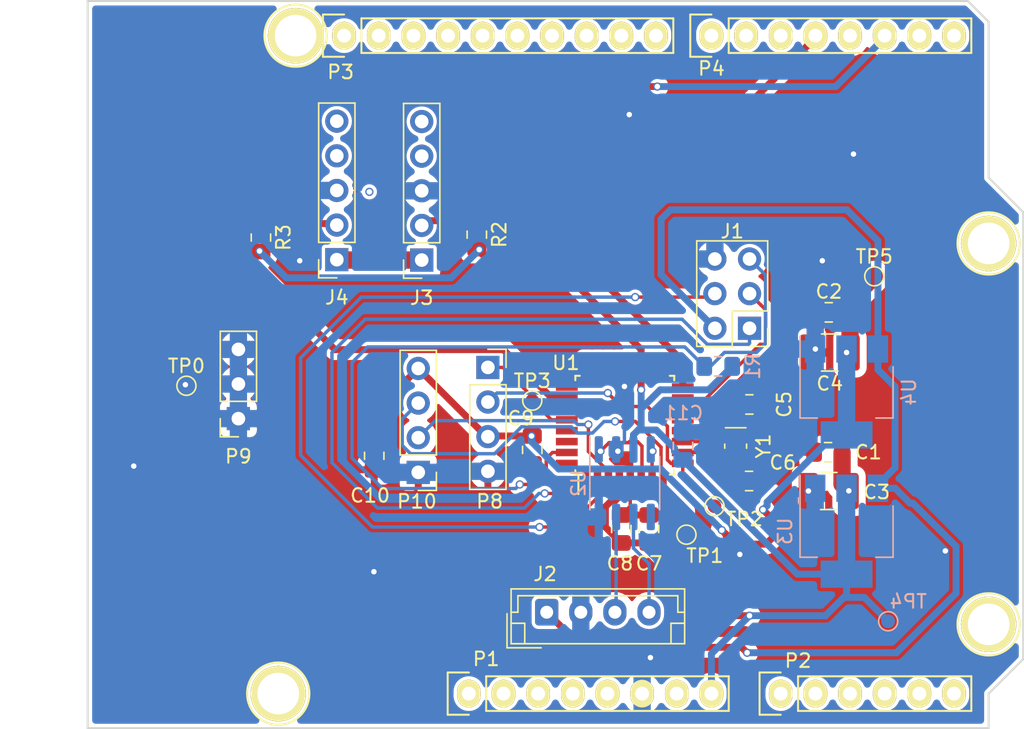
<source format=kicad_pcb>
(kicad_pcb (version 20171130) (host pcbnew "(5.1.4)-1")
  (title_block (date "lun. 30 mars 2015"))
  (layers (0 F.Cu signal) (31 B.Cu signal) (34 B.Paste user hide) (35 F.Paste user hide) (36 B.SilkS user) (37 F.SilkS user) (38 B.Mask user hide) (39 F.Mask user hide) (44 Edge.Cuts user))
  (net 0 "")
  (net 1 Earth)
  (net 2 3.3V)
  (net 3 /XTAL2)
  (net 4 /XTAL1)
  (net 5 UIN)
  (net 6 CANH)
  (net 7 CANL)
  (net 8 /RESET)
  (net 9 SDO-MISO)
  (net 10 SDI-MOSI)
  (net 11 SCK)
  (net 12 /MISO_A)
  (net 13 /MOSI_A)
  (net 14 CS)
  (net 15 /CANTX)
  (net 16 /CANRX)
  (net 17 /SCK_A)
  (net 18 DOut1)
  (net 19 12V)
  (net 20 DOut2)
  (net 21 +5V)
  (module Connector_PinHeader_2.54mm:PinHeader_1x04_P2.54mm_Vertical (layer F.Cu) (at 135.2296 107.5944 180)
    (fp_text reference P10 (at 0.1016 -2.1336) (layer F.SilkS))
    (fp_text value Header4)
    (pad 4 thru_hole oval (at 0 7.62 180) (size 1.7 1.7) (drill 1) (layers *.Cu *.Mask) (net 2 3.3V))
    (pad 3 thru_hole oval (at 0 5.08 180) (size 1.7 1.7) (drill 1) (layers *.Cu *.Mask) (net 9 SDO-MISO))
    (pad 2 thru_hole oval (at 0 2.54 180) (size 1.7 1.7) (drill 1) (layers *.Cu *.Mask) (net 14 CS))
    (pad 1 thru_hole rect (at 0 0 180) (size 1.7 1.7) (drill 1) (layers *.Cu *.Mask) (net 1 Earth))
  )
  (module Connector_JST:JST_EH_B4B-EH-A_1x04_P2.50mm_Vertical (layer F.Cu) (at 144.646 117.856)
    (fp_text reference J2 (at -0.12 -2.8) (layer F.SilkS))
    (fp_text value Conn_01x04_Male)
    (pad 4 thru_hole oval (at 7.5 0) (size 1.7 1.95) (drill 0.95) (layers *.Cu *.Mask) (net 7 CANL))
    (pad 3 thru_hole oval (at 5 0) (size 1.7 1.95) (drill 0.95) (layers *.Cu *.Mask) (net 6 CANH))
    (pad 2 thru_hole oval (at 2.5 0) (size 1.7 1.95) (drill 0.95) (layers *.Cu *.Mask) (net 1 Earth))
    (pad 1 thru_hole roundrect (at 0 0) (size 1.7 1.95) (drill 0.95) (layers *.Cu *.Mask) (roundrect_rratio 0.147059) (net 5 UIN))
  )
  (module TestPoint:TestPoint_Pad_D1.0mm (layer F.Cu) (at 168.656 93.218)
    (fp_text reference TP5 (at 0 -1.448) (layer F.SilkS))
    (fp_text value TestPoint)
    (pad 1 smd circle (at 0 0) (size 1 1) (layers F.Cu F.Mask) (net 2 3.3V))
  )
  (module Crystal:Crystal_SMD_MicroCrystal_CC8V-T1A-2Pin_2.0x1.2mm (layer F.Cu) (at 158.496 105.676 270)
    (fp_text reference Y1 (at -0.012 -2.032 270) (layer F.SilkS))
    (fp_text value Crystal)
    (pad 2 smd rect (at 0.75 0 270) (size 0.8 1.5) (layers F.Cu F.Paste F.Mask) (net 4 /XTAL1))
    (pad 1 smd rect (at -0.75 0 270) (size 0.8 1.5) (layers F.Cu F.Paste F.Mask) (net 3 /XTAL2))
  )
  (module Package_TO_SOT_SMD:SOT-223-3_TabPin2 (layer B.Cu) (at 166.624 101.702 270)
    (fp_text reference U4 (at 0 -4.572 270) (layer B.SilkS) (effects (justify mirror)))
    (fp_text value NCP1117-3.3V)
    (pad 1 smd rect (at -3.15 2.3 270) (size 2 1.5) (layers B.Cu B.Paste B.Mask) (net 1 Earth))
    (pad 3 smd rect (at -3.15 -2.3 270) (size 2 1.5) (layers B.Cu B.Paste B.Mask) (net 5 UIN))
    (pad 2 smd rect (at -3.15 0 270) (size 2 1.5) (layers B.Cu B.Paste B.Mask) (net 2 3.3V))
    (pad 2 smd rect (at 3.15 0 270) (size 2 3.8) (layers B.Cu B.Paste B.Mask) (net 2 3.3V))
  )
  (module Package_TO_SOT_SMD:SOT-223-3_TabPin2 (layer B.Cu) (at 166.624 111.912 270)
    (fp_text reference U3 (at 0 4.5 270) (layer B.SilkS) (effects (justify mirror)))
    (fp_text value NCP1117-5V)
    (pad 1 smd rect (at -3.15 2.3 270) (size 2 1.5) (layers B.Cu B.Paste B.Mask) (net 1 Earth))
    (pad 3 smd rect (at -3.15 -2.3 270) (size 2 1.5) (layers B.Cu B.Paste B.Mask) (net 5 UIN))
    (pad 2 smd rect (at -3.15 0 270) (size 2 1.5) (layers B.Cu B.Paste B.Mask) (net 21 +5V))
    (pad 2 smd rect (at 3.15 0 270) (size 2 3.8) (layers B.Cu B.Paste B.Mask) (net 21 +5V))
  )
  (module Package_SO:SOIC-8_3.9x4.9mm_P1.27mm (layer B.Cu) (at 150.368 108.393 270)
    (fp_text reference U2 (at 0 3.4 90) (layer B.SilkS) (effects (justify mirror)))
    (fp_text value TJA1051T)
    (pad 8 smd roundrect (at 2.475 1.905 270) (size 1.95 0.6) (layers B.Cu B.Paste B.Mask) (net 1 Earth))
    (pad 7 smd roundrect (at 2.475 0.635 270) (size 1.95 0.6) (layers B.Cu B.Paste B.Mask) (net 6 CANH))
    (pad 6 smd roundrect (at 2.475 -0.635 270) (size 1.95 0.6) (layers B.Cu B.Paste B.Mask) (net 7 CANL))
    (pad 5 smd roundrect (at 2.475 -1.905 270) (size 1.95 0.6) (layers B.Cu B.Paste B.Mask))
    (pad 4 smd roundrect (at -2.475 -1.905 270) (size 1.95 0.6) (layers B.Cu B.Paste B.Mask) (net 16 /CANRX))
    (pad 3 smd roundrect (at -2.475 -0.635 270) (size 1.95 0.6) (layers B.Cu B.Paste B.Mask) (net 21 +5V))
    (pad 2 smd roundrect (at -2.475 0.635 270) (size 1.95 0.6) (layers B.Cu B.Paste B.Mask) (net 1 Earth))
    (pad 1 smd roundrect (at -2.475 1.905 270) (size 1.95 0.6) (layers B.Cu B.Paste B.Mask) (net 15 /CANTX))
  )
  (module Package_QFP:TQFP-32_7x7mm_P0.8mm (layer F.Cu) (at 150.368 104.14 90)
    (fp_text reference U1 (at 4.572 -4.318 180) (layer F.SilkS))
    (fp_text value ATmega16M1-AU)
    (pad 32 smd rect (at -2.8 -4.25 180) (size 1.6 0.55) (layers F.Cu F.Paste F.Mask))
    (pad 31 smd rect (at -2 -4.25 180) (size 1.6 0.55) (layers F.Cu F.Paste F.Mask) (net 8 /RESET))
    (pad 30 smd rect (at -1.2 -4.25 180) (size 1.6 0.55) (layers F.Cu F.Paste F.Mask))
    (pad 29 smd rect (at -0.4 -4.25 180) (size 1.6 0.55) (layers F.Cu F.Paste F.Mask))
    (pad 28 smd rect (at 0.4 -4.25 180) (size 1.6 0.55) (layers F.Cu F.Paste F.Mask) (net 11 SCK))
    (pad 27 smd rect (at 1.2 -4.25 180) (size 1.6 0.55) (layers F.Cu F.Paste F.Mask))
    (pad 26 smd rect (at 2 -4.25 180) (size 1.6 0.55) (layers F.Cu F.Paste F.Mask) (net 20 DOut2))
    (pad 25 smd rect (at 2.8 -4.25 180) (size 1.6 0.55) (layers F.Cu F.Paste F.Mask))
    (pad 24 smd rect (at 4.25 -2.8 90) (size 1.6 0.55) (layers F.Cu F.Paste F.Mask))
    (pad 23 smd rect (at 4.25 -2 90) (size 1.6 0.55) (layers F.Cu F.Paste F.Mask))
    (pad 22 smd rect (at 4.25 -1.2 90) (size 1.6 0.55) (layers F.Cu F.Paste F.Mask))
    (pad 21 smd rect (at 4.25 -0.4 90) (size 1.6 0.55) (layers F.Cu F.Paste F.Mask))
    (pad 20 smd rect (at 4.25 0.4 90) (size 1.6 0.55) (layers F.Cu F.Paste F.Mask) (net 1 Earth))
    (pad 19 smd rect (at 4.25 1.2 90) (size 1.6 0.55) (layers F.Cu F.Paste F.Mask) (net 21 +5V))
    (pad 18 smd rect (at 4.25 2 90) (size 1.6 0.55) (layers F.Cu F.Paste F.Mask))
    (pad 17 smd rect (at 4.25 2.8 90) (size 1.6 0.55) (layers F.Cu F.Paste F.Mask))
    (pad 16 smd rect (at 2.8 4.25 180) (size 1.6 0.55) (layers F.Cu F.Paste F.Mask) (net 18 DOut1))
    (pad 15 smd rect (at 2 4.25 180) (size 1.6 0.55) (layers F.Cu F.Paste F.Mask))
    (pad 14 smd rect (at 1.2 4.25 180) (size 1.6 0.55) (layers F.Cu F.Paste F.Mask))
    (pad 13 smd rect (at 0.4 4.25 180) (size 1.6 0.55) (layers F.Cu F.Paste F.Mask))
    (pad 12 smd rect (at -0.4 4.25 180) (size 1.6 0.55) (layers F.Cu F.Paste F.Mask) (net 17 /SCK_A))
    (pad 11 smd rect (at -1.2 4.25 180) (size 1.6 0.55) (layers F.Cu F.Paste F.Mask) (net 3 /XTAL2))
    (pad 10 smd rect (at -2 4.25 180) (size 1.6 0.55) (layers F.Cu F.Paste F.Mask) (net 4 /XTAL1))
    (pad 9 smd rect (at -2.8 4.25 180) (size 1.6 0.55) (layers F.Cu F.Paste F.Mask) (net 10 SDI-MOSI))
    (pad 8 smd rect (at -4.25 2.8 90) (size 1.6 0.55) (layers F.Cu F.Paste F.Mask) (net 9 SDO-MISO))
    (pad 7 smd rect (at -4.25 2 90) (size 1.6 0.55) (layers F.Cu F.Paste F.Mask) (net 16 /CANRX))
    (pad 6 smd rect (at -4.25 1.2 90) (size 1.6 0.55) (layers F.Cu F.Paste F.Mask) (net 15 /CANTX))
    (pad 5 smd rect (at -4.25 0.4 90) (size 1.6 0.55) (layers F.Cu F.Paste F.Mask) (net 1 Earth))
    (pad 4 smd rect (at -4.25 -0.4 90) (size 1.6 0.55) (layers F.Cu F.Paste F.Mask) (net 21 +5V))
    (pad 3 smd rect (at -4.25 -1.2 90) (size 1.6 0.55) (layers F.Cu F.Paste F.Mask) (net 14 CS))
    (pad 2 smd rect (at -4.25 -2 90) (size 1.6 0.55) (layers F.Cu F.Paste F.Mask) (net 13 /MOSI_A))
    (pad 1 smd rect (at -4.25 -2.8 90) (size 1.6 0.55) (layers F.Cu F.Paste F.Mask) (net 12 /MISO_A))
  )
  (module TestPoint:TestPoint_Pad_D1.0mm (layer B.Cu) (at 169.672 118.5164)
    (fp_text reference TP4 (at 1.4732 -1.4478) (layer B.SilkS) (effects (justify mirror)))
    (fp_text value TestPoint)
    (pad 1 smd circle (at 0 0) (size 1 1) (layers B.Cu B.Mask) (net 21 +5V))
  )
  (module TestPoint:TestPoint_Pad_D1.0mm (layer F.Cu) (at 143.5862 102.3366)
    (fp_text reference TP3 (at 0 -1.448) (layer F.SilkS))
    (fp_text value TestPoint)
    (pad 1 smd circle (at 0 0) (size 1 1) (layers F.Cu F.Mask) (net 11 SCK))
  )
  (module TestPoint:TestPoint_Pad_D1.0mm (layer F.Cu) (at 156.9466 110.0836 180)
    (fp_text reference TP2 (at -2.1844 -0.9398) (layer F.SilkS))
    (fp_text value TestPoint)
    (pad 1 smd circle (at 0 0 180) (size 1 1) (layers F.Cu F.Mask) (net 10 SDI-MOSI))
  )
  (module TestPoint:TestPoint_Pad_D1.0mm (layer F.Cu) (at 154.8892 112.1664 180)
    (fp_text reference TP1 (at -1.3462 -1.5494) (layer F.SilkS))
    (fp_text value TestPoint)
    (pad 1 smd circle (at 0 0 180) (size 1 1) (layers F.Cu F.Mask) (net 9 SDO-MISO))
  )
  (module TestPoint:TestPoint_Pad_D1.0mm (layer F.Cu) (at 118.237 101.2444)
    (fp_text reference TP0 (at 0 -1.448) (layer F.SilkS))
    (fp_text value TestPoint)
    (pad 1 smd circle (at 0 0) (size 1 1) (layers F.Cu F.Mask) (net 1 Earth))
  )
  (module Resistor_SMD:R_0805_2012Metric_Pad1.15x1.40mm_HandSolder (layer F.Cu) (at 123.698 90.3732 270)
    (fp_text reference R3 (at 0 -1.65 90) (layer F.SilkS))
    (fp_text value 10K)
    (pad 2 smd roundrect (at 1.025 0 270) (size 1.15 1.4) (layers F.Cu F.Paste F.Mask) (roundrect_rratio 0.217391) (net 21 +5V))
    (pad 1 smd roundrect (at -1.025 0 270) (size 1.15 1.4) (layers F.Cu F.Paste F.Mask) (roundrect_rratio 0.217391) (net 20 DOut2))
  )
  (module Resistor_SMD:R_0805_2012Metric_Pad1.15x1.40mm_HandSolder (layer F.Cu) (at 139.5222 90.161 270)
    (fp_text reference R2 (at 0 -1.65 90) (layer F.SilkS))
    (fp_text value 10K)
    (pad 2 smd roundrect (at 1.025 0 270) (size 1.15 1.4) (layers F.Cu F.Paste F.Mask) (roundrect_rratio 0.217391) (net 21 +5V))
    (pad 1 smd roundrect (at -1.025 0 270) (size 1.15 1.4) (layers F.Cu F.Paste F.Mask) (roundrect_rratio 0.217391) (net 18 DOut1))
  )
  (module Resistor_SMD:R_0805_2012Metric_Pad1.15x1.40mm_HandSolder (layer B.Cu) (at 157.217 99.822)
    (fp_text reference R1 (at 2.549 0 -90) (layer B.SilkS) (effects (justify mirror)))
    (fp_text value 10k)
    (pad 2 smd roundrect (at 1.025 0) (size 1.15 1.4) (layers B.Cu B.Paste B.Mask) (roundrect_rratio 0.217391) (net 21 +5V))
    (pad 1 smd roundrect (at -1.025 0) (size 1.15 1.4) (layers B.Cu B.Paste B.Mask) (roundrect_rratio 0.217391) (net 8 /RESET))
  )
  (module Connector_PinSocket_2.54mm:PinSocket_1x03_P2.54mm_Vertical (layer F.Cu) (at 122.047 103.6574 180)
    (fp_text reference P9 (at 0 -2.77) (layer F.SilkS))
    (fp_text value Header3)
    (pad 3 thru_hole oval (at 0 5.08 180) (size 1.7 1.7) (drill 1) (layers *.Cu *.Mask) (net 1 Earth))
    (pad 2 thru_hole oval (at 0 2.54 180) (size 1.7 1.7) (drill 1) (layers *.Cu *.Mask) (net 1 Earth))
    (pad 1 thru_hole rect (at 0 0 180) (size 1.7 1.7) (drill 1) (layers *.Cu *.Mask) (net 1 Earth))
  )
  (module Connector_PinSocket_2.54mm:PinSocket_1x04_P2.54mm_Vertical (layer F.Cu) (at 140.335 99.8982)
    (fp_text reference P8 (at 0.127 9.8298) (layer F.SilkS))
    (fp_text value Header4)
    (pad 4 thru_hole oval (at 0 7.62) (size 1.7 1.7) (drill 1) (layers *.Cu *.Mask) (net 1 Earth))
    (pad 3 thru_hole oval (at 0 5.08) (size 1.7 1.7) (drill 1) (layers *.Cu *.Mask) (net 2 3.3V))
    (pad 2 thru_hole oval (at 0 2.54) (size 1.7 1.7) (drill 1) (layers *.Cu *.Mask) (net 10 SDI-MOSI))
    (pad 1 thru_hole rect (at 0 0) (size 1.7 1.7) (drill 1) (layers *.Cu *.Mask) (net 11 SCK))
  )
  (module Connector_PinSocket_2.54mm:PinSocket_1x05_P2.54mm_Vertical (layer F.Cu) (at 129.2606 91.9988 180)
    (fp_text reference J4 (at 0 -2.77) (layer F.SilkS))
    (fp_text value SDRR1_Header)
    (pad 5 thru_hole oval (at 0 10.16 180) (size 1.7 1.7) (drill 1) (layers *.Cu *.Mask))
    (pad 4 thru_hole oval (at 0 7.62 180) (size 1.7 1.7) (drill 1) (layers *.Cu *.Mask))
    (pad 3 thru_hole oval (at 0 5.08 180) (size 1.7 1.7) (drill 1) (layers *.Cu *.Mask) (net 1 Earth))
    (pad 2 thru_hole oval (at 0 2.54 180) (size 1.7 1.7) (drill 1) (layers *.Cu *.Mask) (net 20 DOut2))
    (pad 1 thru_hole rect (at 0 0 180) (size 1.7 1.7) (drill 1) (layers *.Cu *.Mask) (net 19 12V))
  )
  (module Connector_PinSocket_2.54mm:PinSocket_1x05_P2.54mm_Vertical (layer F.Cu) (at 135.4836 92.0242 180)
    (fp_text reference J3 (at 0 -2.77) (layer F.SilkS))
    (fp_text value SDRR1_Header)
    (pad 5 thru_hole oval (at 0 10.16 180) (size 1.7 1.7) (drill 1) (layers *.Cu *.Mask))
    (pad 4 thru_hole oval (at 0 7.62 180) (size 1.7 1.7) (drill 1) (layers *.Cu *.Mask))
    (pad 3 thru_hole oval (at 0 5.08 180) (size 1.7 1.7) (drill 1) (layers *.Cu *.Mask) (net 1 Earth))
    (pad 2 thru_hole oval (at 0 2.54 180) (size 1.7 1.7) (drill 1) (layers *.Cu *.Mask) (net 18 DOut1))
    (pad 1 thru_hole rect (at 0 0 180) (size 1.7 1.7) (drill 1) (layers *.Cu *.Mask) (net 19 12V))
  )
  (module Connector_PinHeader_2.54mm:PinHeader_2x03_P2.54mm_Vertical (layer F.Cu) (at 159.512 97.028 180)
    (fp_text reference J1 (at 1.27 7.112) (layer F.SilkS))
    (fp_text value ISP-6)
    (pad 6 thru_hole oval (at 2.54 5.08 180) (size 1.7 1.7) (drill 1) (layers *.Cu *.Mask) (net 1 Earth))
    (pad 5 thru_hole oval (at 0 5.08 180) (size 1.7 1.7) (drill 1) (layers *.Cu *.Mask) (net 8 /RESET))
    (pad 4 thru_hole oval (at 2.54 2.54 180) (size 1.7 1.7) (drill 1) (layers *.Cu *.Mask) (net 13 /MOSI_A))
    (pad 3 thru_hole oval (at 0 2.54 180) (size 1.7 1.7) (drill 1) (layers *.Cu *.Mask) (net 17 /SCK_A))
    (pad 2 thru_hole oval (at 2.54 0 180) (size 1.7 1.7) (drill 1) (layers *.Cu *.Mask) (net 5 UIN))
    (pad 1 thru_hole rect (at 0 0 180) (size 1.7 1.7) (drill 1) (layers *.Cu *.Mask) (net 12 /MISO_A))
  )
  (module Capacitor_SMD:C_0805_2012Metric_Pad1.15x1.40mm_HandSolder (layer B.Cu) (at 154.6352 105.655 90)
    (fp_text reference C11 (at 2.404 0.0254) (layer B.SilkS) (effects (justify mirror)))
    (fp_text value 100n)
    (pad 2 smd roundrect (at 1.025 0 90) (size 1.15 1.4) (layers B.Cu B.Paste B.Mask) (roundrect_rratio 0.217391) (net 1 Earth))
    (pad 1 smd roundrect (at -1.025 0 90) (size 1.15 1.4) (layers B.Cu B.Paste B.Mask) (roundrect_rratio 0.217391) (net 21 +5V))
  )
  (module Capacitor_SMD:C_0805_2012Metric_Pad1.15x1.40mm_HandSolder (layer F.Cu) (at 132.0038 106.3842 270)
    (fp_text reference C10 (at 2.912 0.3048 180) (layer F.SilkS))
    (fp_text value 0.1uF)
    (pad 2 smd roundrect (at 1.025 0 270) (size 1.15 1.4) (layers F.Cu F.Paste F.Mask) (roundrect_rratio 0.217391) (net 1 Earth))
    (pad 1 smd roundrect (at -1.025 0 270) (size 1.15 1.4) (layers F.Cu F.Paste F.Mask) (roundrect_rratio 0.217391) (net 2 3.3V))
  )
  (module Capacitor_SMD:C_0805_2012Metric_Pad1.15x1.40mm_HandSolder (layer F.Cu) (at 143.5862 105.9524 270)
    (fp_text reference C9 (at -2.3204 0.8382) (layer F.SilkS))
    (fp_text value 0.1uF)
    (pad 2 smd roundrect (at 1.025 0 270) (size 1.15 1.4) (layers F.Cu F.Paste F.Mask) (roundrect_rratio 0.217391) (net 1 Earth))
    (pad 1 smd roundrect (at -1.025 0 270) (size 1.15 1.4) (layers F.Cu F.Paste F.Mask) (roundrect_rratio 0.217391) (net 2 3.3V))
  )
  (module Capacitor_SMD:C_0805_2012Metric_Pad1.15x1.40mm_HandSolder (layer F.Cu) (at 150.114 111.751 90)
    (fp_text reference C8 (at -2.5236 -0.1016 180) (layer F.SilkS))
    (fp_text value 100p)
    (pad 1 smd roundrect (at -1.025 0 90) (size 1.15 1.4) (layers F.Cu F.Paste F.Mask) (roundrect_rratio 0.217391) (net 21 +5V))
    (pad 2 smd roundrect (at 1.025 0 90) (size 1.15 1.4) (layers F.Cu F.Paste F.Mask) (roundrect_rratio 0.217391) (net 1 Earth))
  )
  (module Capacitor_SMD:C_0805_2012Metric_Pad1.15x1.40mm_HandSolder (layer F.Cu) (at 152.146 111.751 90)
    (fp_text reference C7 (at -2.531 0 180) (layer F.SilkS))
    (fp_text value 100n)
    (pad 1 smd roundrect (at -1.025 0 90) (size 1.15 1.4) (layers F.Cu F.Paste F.Mask) (roundrect_rratio 0.217391) (net 21 +5V))
    (pad 2 smd roundrect (at 1.025 0 90) (size 1.15 1.4) (layers F.Cu F.Paste F.Mask) (roundrect_rratio 0.217391) (net 1 Earth))
  )
  (module Capacitor_SMD:C_0805_2012Metric_Pad1.15x1.40mm_HandSolder (layer F.Cu) (at 159.4776 108.2294)
    (fp_text reference C6 (at 2.4728 -1.3462 180) (layer F.SilkS))
    (fp_text value 10p)
    (pad 2 smd roundrect (at 1.025 0) (size 1.15 1.4) (layers F.Cu F.Paste F.Mask) (roundrect_rratio 0.217391) (net 1 Earth))
    (pad 1 smd roundrect (at -1.025 0) (size 1.15 1.4) (layers F.Cu F.Paste F.Mask) (roundrect_rratio 0.217391) (net 4 /XTAL1))
  )
  (module Capacitor_SMD:C_0805_2012Metric_Pad1.15x1.40mm_HandSolder (layer F.Cu) (at 159.503 102.616)
    (fp_text reference C5 (at 2.549 0 270) (layer F.SilkS))
    (fp_text value 10p)
    (pad 2 smd roundrect (at 1.025 0) (size 1.15 1.4) (layers F.Cu F.Paste F.Mask) (roundrect_rratio 0.217391) (net 1 Earth))
    (pad 1 smd roundrect (at -1.025 0) (size 1.15 1.4) (layers F.Cu F.Paste F.Mask) (roundrect_rratio 0.217391) (net 3 /XTAL2))
  )
  (module Capacitor_SMD:C_1210_3225Metric_Pad1.42x2.65mm_HandSolder (layer F.Cu) (at 165.3905 98.806 180)
    (fp_text reference C4 (at 0 -2.28) (layer F.SilkS))
    (fp_text value 100u)
    (pad 2 smd roundrect (at 1.4875 0 180) (size 1.425 2.65) (layers F.Cu F.Paste F.Mask) (roundrect_rratio 0.175439) (net 1 Earth))
    (pad 1 smd roundrect (at -1.4875 0 180) (size 1.425 2.65) (layers F.Cu F.Paste F.Mask) (roundrect_rratio 0.175439) (net 2 3.3V))
  )
  (module Capacitor_SMD:C_1210_3225Metric_Pad1.42x2.65mm_HandSolder (layer F.Cu) (at 165.3175 108.966 180)
    (fp_text reference C3 (at -3.5163 -0.0762) (layer F.SilkS))
    (fp_text value 100u)
    (pad 2 smd roundrect (at 1.4875 0 180) (size 1.425 2.65) (layers F.Cu F.Paste F.Mask) (roundrect_rratio 0.175439) (net 1 Earth))
    (pad 1 smd roundrect (at -1.4875 0 180) (size 1.425 2.65) (layers F.Cu F.Paste F.Mask) (roundrect_rratio 0.175439) (net 21 +5V))
  )
  (module Capacitor_SMD:C_0805_2012Metric_Pad1.15x1.40mm_HandSolder (layer F.Cu) (at 165.3196 95.8596 180)
    (fp_text reference C2 (at -0.009 1.524) (layer F.SilkS))
    (fp_text value 100n)
    (pad 2 smd roundrect (at 1.025 0 180) (size 1.15 1.4) (layers F.Cu F.Paste F.Mask) (roundrect_rratio 0.217391) (net 1 Earth))
    (pad 1 smd roundrect (at -1.025 0 180) (size 1.15 1.4) (layers F.Cu F.Paste F.Mask) (roundrect_rratio 0.217391) (net 2 3.3V))
  )
  (module Capacitor_SMD:C_0805_2012Metric_Pad1.15x1.40mm_HandSolder (layer F.Cu) (at 165.2688 106.1212 180)
    (fp_text reference C1 (at -2.9554 0) (layer F.SilkS))
    (fp_text value 100n)
    (pad 2 smd roundrect (at 1.025 0 180) (size 1.15 1.4) (layers F.Cu F.Paste F.Mask) (roundrect_rratio 0.217391) (net 1 Earth))
    (pad 1 smd roundrect (at -1.025 0 180) (size 1.15 1.4) (layers F.Cu F.Paste F.Mask) (roundrect_rratio 0.217391) (net 21 +5V))
  )
  (module Socket_Arduino_Uno:Arduino_1pin (layer F.Cu) (at 124.968 123.825)
    (fp_text reference P5 hide)
    (fp_text value CONN_01X01 hide)
    (pad 1 thru_hole circle (at 0 0) (size 4.064 4.064) (drill 3.048) (layers *.Cu *.Mask F.SilkS))
  )
  (module Socket_Arduino_Uno:Arduino_1pin (layer F.Cu) (at 177.038 118.745)
    (fp_text reference P6 hide)
    (fp_text value CONN_01X01 hide)
    (pad 1 thru_hole circle (at 0 0) (size 4.064 4.064) (drill 3.048) (layers *.Cu *.Mask F.SilkS))
  )
  (module Socket_Arduino_Uno:Arduino_1pin (layer F.Cu) (at 126.238 75.565)
    (fp_text reference P7 hide)
    (fp_text value CONN_01X01 hide)
    (pad 1 thru_hole circle (at 0 0) (size 4.064 4.064) (drill 3.048) (layers *.Cu *.Mask F.SilkS))
  )
  (module Socket_Arduino_Uno:Arduino_1pin (layer F.Cu) (at 177.038 90.805)
    (fp_text reference P8 hide)
    (fp_text value CONN_01X01 hide)
    (pad 1 thru_hole circle (at 0 0) (size 4.064 4.064) (drill 3.048) (layers *.Cu *.Mask F.SilkS))
  )
  (module Socket_Arduino_Uno:Socket_Strip_Arduino_1x08 (layer F.Cu) (at 138.938 123.825)
    (fp_text reference P1 (at 1.27 -2.54) (layer F.SilkS))
    (fp_text value Power)
    (pad 1 thru_hole oval (at 0 0) (size 1.7272 2.032) (drill 1.016) (layers *.Cu *.Mask F.SilkS))
    (pad 2 thru_hole oval (at 2.54 0) (size 1.7272 2.032) (drill 1.016) (layers *.Cu *.Mask F.SilkS))
    (pad 3 thru_hole oval (at 5.08 0) (size 1.7272 2.032) (drill 1.016) (layers *.Cu *.Mask F.SilkS))
    (pad 4 thru_hole oval (at 7.62 0) (size 1.7272 2.032) (drill 1.016) (layers *.Cu *.Mask F.SilkS))
    (pad 5 thru_hole oval (at 10.16 0) (size 1.7272 2.032) (drill 1.016) (layers *.Cu *.Mask F.SilkS))
    (pad 6 thru_hole oval (at 12.7 0) (size 1.7272 2.032) (drill 1.016) (layers *.Cu *.Mask F.SilkS) (net 1 Earth))
    (pad 7 thru_hole oval (at 15.24 0) (size 1.7272 2.032) (drill 1.016) (layers *.Cu *.Mask F.SilkS))
    (pad 8 thru_hole oval (at 17.78 0) (size 1.7272 2.032) (drill 1.016) (layers *.Cu *.Mask F.SilkS) (net 21 +5V))
  )
  (module Socket_Arduino_Uno:Socket_Strip_Arduino_1x06 (layer F.Cu) (at 161.798 123.825)
    (fp_text reference P2 (at 1.27 -2.413) (layer F.SilkS))
    (fp_text value Analog)
    (pad 1 thru_hole oval (at 0 0) (size 1.7272 2.032) (drill 1.016) (layers *.Cu *.Mask F.SilkS))
    (pad 2 thru_hole oval (at 2.54 0) (size 1.7272 2.032) (drill 1.016) (layers *.Cu *.Mask F.SilkS))
    (pad 3 thru_hole oval (at 5.08 0) (size 1.7272 2.032) (drill 1.016) (layers *.Cu *.Mask F.SilkS))
    (pad 4 thru_hole oval (at 7.62 0) (size 1.7272 2.032) (drill 1.016) (layers *.Cu *.Mask F.SilkS))
    (pad 5 thru_hole oval (at 10.16 0) (size 1.7272 2.032) (drill 1.016) (layers *.Cu *.Mask F.SilkS))
    (pad 6 thru_hole oval (at 12.7 0) (size 1.7272 2.032) (drill 1.016) (layers *.Cu *.Mask F.SilkS))
  )
  (module Socket_Arduino_Uno:Socket_Strip_Arduino_1x10 (layer F.Cu) (at 129.794 75.565)
    (fp_text reference P3 (at -0.254 2.667) (layer F.SilkS))
    (fp_text value Digital)
    (pad 1 thru_hole oval (at 0 0) (size 1.7272 2.032) (drill 1.016) (layers *.Cu *.Mask F.SilkS))
    (pad 2 thru_hole oval (at 2.54 0) (size 1.7272 2.032) (drill 1.016) (layers *.Cu *.Mask F.SilkS))
    (pad 3 thru_hole oval (at 5.08 0) (size 1.7272 2.032) (drill 1.016) (layers *.Cu *.Mask F.SilkS))
    (pad 4 thru_hole oval (at 7.62 0) (size 1.7272 2.032) (drill 1.016) (layers *.Cu *.Mask F.SilkS))
    (pad 5 thru_hole oval (at 10.16 0) (size 1.7272 2.032) (drill 1.016) (layers *.Cu *.Mask F.SilkS))
    (pad 6 thru_hole oval (at 12.7 0) (size 1.7272 2.032) (drill 1.016) (layers *.Cu *.Mask F.SilkS))
    (pad 7 thru_hole oval (at 15.24 0) (size 1.7272 2.032) (drill 1.016) (layers *.Cu *.Mask F.SilkS))
    (pad 8 thru_hole oval (at 17.78 0) (size 1.7272 2.032) (drill 1.016) (layers *.Cu *.Mask F.SilkS))
    (pad 9 thru_hole oval (at 20.32 0) (size 1.7272 2.032) (drill 1.016) (layers *.Cu *.Mask F.SilkS))
    (pad 10 thru_hole oval (at 22.86 0) (size 1.7272 2.032) (drill 1.016) (layers *.Cu *.Mask F.SilkS))
  )
  (module Socket_Arduino_Uno:Socket_Strip_Arduino_1x08 (layer F.Cu) (at 156.718 75.565)
    (fp_text reference P4 (at 0 2.413) (layer F.SilkS))
    (fp_text value Digital)
    (pad 1 thru_hole oval (at 0 0) (size 1.7272 2.032) (drill 1.016) (layers *.Cu *.Mask F.SilkS))
    (pad 2 thru_hole oval (at 2.54 0) (size 1.7272 2.032) (drill 1.016) (layers *.Cu *.Mask F.SilkS))
    (pad 3 thru_hole oval (at 5.08 0) (size 1.7272 2.032) (drill 1.016) (layers *.Cu *.Mask F.SilkS))
    (pad 4 thru_hole oval (at 7.62 0) (size 1.7272 2.032) (drill 1.016) (layers *.Cu *.Mask F.SilkS) (net 18 DOut1))
    (pad 5 thru_hole oval (at 10.16 0) (size 1.7272 2.032) (drill 1.016) (layers *.Cu *.Mask F.SilkS))
    (pad 6 thru_hole oval (at 12.7 0) (size 1.7272 2.032) (drill 1.016) (layers *.Cu *.Mask F.SilkS) (net 20 DOut2))
    (pad 7 thru_hole oval (at 15.24 0) (size 1.7272 2.032) (drill 1.016) (layers *.Cu *.Mask F.SilkS))
    (pad 8 thru_hole oval (at 17.78 0) (size 1.7272 2.032) (drill 1.016) (layers *.Cu *.Mask F.SilkS))
  )
  (gr_line (start 177.038 74.549) (end 175.514 73.025) (angle 90) (layer Edge.Cuts) (width 0.15))
  (gr_line (start 177.038 85.979) (end 177.038 74.549) (angle 90) (layer Edge.Cuts) (width 0.15))
  (gr_line (start 179.578 88.519) (end 177.038 85.979) (angle 90) (layer Edge.Cuts) (width 0.15))
  (gr_line (start 179.578 121.285) (end 179.578 88.519) (angle 90) (layer Edge.Cuts) (width 0.15))
  (gr_line (start 177.038 123.825) (end 179.578 121.285) (angle 90) (layer Edge.Cuts) (width 0.15))
  (gr_line (start 177.038 126.365) (end 177.038 123.825) (angle 90) (layer Edge.Cuts) (width 0.15))
  (gr_line (start 110.998 126.365) (end 177.038 126.365) (angle 90) (layer Edge.Cuts) (width 0.15))
  (gr_line (start 110.998 73.025) (end 110.998 126.365) (angle 90) (layer Edge.Cuts) (width 0.15))
  (gr_line (start 175.514 73.025) (end 110.998 73.025) (angle 90) (layer Edge.Cuts) (width 0.15))
  (via (at 131.6482 87.0204) (size 0.6) (drill 0.4) (layers F.Cu B.Cu) (net 0))
  (via (at 149.86 106.045) (size 0.6) (drill 0.4) (layers F.Cu B.Cu) (net 1))
  (via (at 164.338 98.552) (size 0.6) (drill 0.4) (layers F.Cu B.Cu) (net 1))
  (segment (start 147.146 114.474) (end 147.146 117.856) (width 0.25) (layer B.Cu) (net 1))
  (segment (start 148.463 110.868) (end 148.463 110.868) (width 0.25) (layer B.Cu) (net 1))
  (segment (start 148.463 113.157) (end 147.146 114.474) (width 0.25) (layer B.Cu) (net 1))
  (segment (start 164.038001 98.851999) (end 164.338 98.552) (width 0.25) (layer F.Cu) (net 1))
  (segment (start 163.83 108.966) (end 163.83 108.966) (width 0.25) (layer F.Cu) (net 1))
  (via (at 163.83 108.966) (size 0.6) (drill 0.4) (layers F.Cu B.Cu) (net 1))
  (segment (start 150.768 106.953) (end 149.86 106.045) (width 0.25) (layer F.Cu) (net 1))
  (segment (start 150.768 108.39) (end 150.768 106.953) (width 0.25) (layer F.Cu) (net 1))
  (via (at 167.132 84.2518) (size 0.6) (drill 0.4) (layers F.Cu B.Cu) (net 1))
  (via (at 150.6982 81.3562) (size 0.6) (drill 0.4) (layers F.Cu B.Cu) (net 1))
  (via (at 126.5428 92.075) (size 0.6) (drill 0.4) (layers F.Cu B.Cu) (net 1))
  (via (at 131.9784 114.8842) (size 0.6) (drill 0.4) (layers F.Cu B.Cu) (net 1))
  (via (at 173.863 113.3602) (size 0.6) (drill 0.4) (layers F.Cu B.Cu) (net 1))
  (via (at 158.8008 113.6142) (size 0.6) (drill 0.4) (layers F.Cu B.Cu) (net 1))
  (via (at 164.846 92.075) (size 0.6) (drill 0.4) (layers F.Cu B.Cu) (net 1))
  (via (at 118.1608 101.1682) (size 0.6) (drill 0.4) (layers F.Cu B.Cu) (net 1))
  (via (at 114.3762 107.1372) (size 0.6) (drill 0.4) (layers F.Cu B.Cu) (net 1))
  (segment (start 151.638 123.6726) (end 151.638 123.825) (width 0.25) (layer F.Cu) (net 1))
  (via (at 152.2476 121.1834) (size 0.6) (drill 0.4) (layers F.Cu B.Cu) (net 1))
  (segment (start 150.568001 100.688799) (end 150.568001 101.069799) (width 0.25) (layer F.Cu) (net 1))
  (segment (start 150.768 99.89) (end 150.768 100.4888) (width 0.25) (layer F.Cu) (net 1))
  (segment (start 150.768 100.4888) (end 150.568001 100.688799) (width 0.25) (layer F.Cu) (net 1))
  (segment (start 150.568001 101.069799) (end 150.3426 101.2952) (width 0.25) (layer F.Cu) (net 1))
  (segment (start 150.3426 101.2952) (end 150.3426 101.2952) (width 0.25) (layer F.Cu) (net 1))
  (via (at 150.3426 101.2952) (size 0.6) (drill 0.4) (layers F.Cu B.Cu) (net 1))
  (segment (start 150.3426 105.3084) (end 149.733 105.918) (width 0.25) (layer B.Cu) (net 1))
  (segment (start 150.3426 101.2952) (end 150.3426 105.3084) (width 0.25) (layer B.Cu) (net 1))
  (segment (start 148.463 110.868) (end 148.463 113.157) (width 0.25) (layer B.Cu) (net 1))
  (segment (start 152.146 110.726) (end 150.114 110.726) (width 0.25) (layer F.Cu) (net 1))
  (segment (start 150.114 110.726) (end 150.768 110.072) (width 0.25) (layer F.Cu) (net 1))
  (segment (start 151.638 121.793) (end 152.2476 121.1834) (width 0.25) (layer F.Cu) (net 1))
  (segment (start 151.638 123.825) (end 151.638 121.793) (width 0.25) (layer F.Cu) (net 1))
  (segment (start 150.768 110.072) (end 150.768 108.39) (width 0.25) (layer F.Cu) (net 1))
  (via (at 143.5354 104.9274) (size 0.6) (drill 0.4) (layers F.Cu B.Cu) (net 2))
  (segment (start 166.624 98.552) (end 166.624 98.806) (width 1.27) (layer B.Cu) (net 2))
  (segment (start 140.3858 104.9274) (end 140.335 104.9782) (width 0.508) (layer F.Cu) (net 2))
  (segment (start 143.5862 104.9274) (end 140.3858 104.9274) (width 0.508) (layer F.Cu) (net 2))
  (segment (start 140.2334 104.9782) (end 140.335 104.9782) (width 0.508) (layer F.Cu) (net 2))
  (segment (start 135.2296 99.9744) (end 140.2334 104.9782) (width 0.508) (layer F.Cu) (net 2))
  (segment (start 160.5026 110.3376) (end 160.5026 110.3376) (width 0.508) (layer B.Cu) (net 2))
  (via (at 160.5026 110.3376) (size 0.6) (drill 0.4) (layers F.Cu B.Cu) (net 2))
  (segment (start 157.48 111.8362) (end 157.48 111.8362) (width 0.508) (layer F.Cu) (net 2))
  (via (at 157.48 111.8362) (size 0.6) (drill 0.4) (layers F.Cu B.Cu) (net 2))
  (segment (start 152.99081 107.34701) (end 145.52321 107.34701) (width 0.508) (layer B.Cu) (net 2))
  (segment (start 157.48 111.8362) (end 152.99081 107.34701) (width 0.508) (layer B.Cu) (net 2))
  (segment (start 132.0038 103.2002) (end 132.0038 105.3592) (width 0.508) (layer F.Cu) (net 2))
  (segment (start 135.2296 99.9744) (end 132.0038 103.2002) (width 0.508) (layer F.Cu) (net 2))
  (segment (start 157.779999 112.201319) (end 158.438879 112.860199) (width 0.508) (layer F.Cu) (net 2))
  (segment (start 157.48 111.8362) (end 157.779999 112.136199) (width 0.508) (layer F.Cu) (net 2))
  (segment (start 157.779999 112.136199) (end 157.779999 112.201319) (width 0.508) (layer F.Cu) (net 2))
  (segment (start 158.438879 112.860199) (end 160.723201 112.860199) (width 0.508) (layer F.Cu) (net 2))
  (segment (start 160.723201 112.860199) (end 161.4424 112.141) (width 0.508) (layer F.Cu) (net 2))
  (segment (start 161.4424 111.2774) (end 160.5026 110.3376) (width 0.508) (layer F.Cu) (net 2))
  (segment (start 161.4424 112.141) (end 161.4424 111.2774) (width 0.508) (layer F.Cu) (net 2))
  (segment (start 165.9882 104.2162) (end 166.624 104.852) (width 0.508) (layer B.Cu) (net 2))
  (segment (start 145.52321 107.339474) (end 145.52321 107.34701) (width 0.508) (layer B.Cu) (net 2))
  (segment (start 143.5354 105.351664) (end 145.52321 107.339474) (width 0.508) (layer B.Cu) (net 2))
  (segment (start 143.5354 104.9274) (end 143.5354 105.351664) (width 0.508) (layer B.Cu) (net 2))
  (segment (start 166.624 98.806) (end 166.624 104.852) (width 1.27) (layer B.Cu) (net 2))
  (via (at 166.624 98.806) (size 0.6) (drill 0.4) (layers F.Cu B.Cu) (net 2))
  (segment (start 160.802599 110.037601) (end 160.5026 110.3376) (width 0.508) (layer B.Cu) (net 2))
  (segment (start 160.802599 109.773401) (end 160.802599 110.037601) (width 0.508) (layer B.Cu) (net 2))
  (segment (start 165.724 104.852) (end 160.802599 109.773401) (width 0.508) (layer B.Cu) (net 2))
  (segment (start 166.624 104.852) (end 165.724 104.852) (width 0.508) (layer B.Cu) (net 2))
  (segment (start 166.878 96.393) (end 166.3446 95.8596) (width 1.27) (layer F.Cu) (net 2))
  (segment (start 166.878 98.806) (end 166.878 96.393) (width 1.27) (layer F.Cu) (net 2))
  (segment (start 166.3446 95.5294) (end 168.656 93.218) (width 1.27) (layer F.Cu) (net 2))
  (segment (start 166.3446 95.8596) (end 166.3446 95.5294) (width 1.27) (layer F.Cu) (net 2))
  (segment (start 158.082 105.34) (end 158.496 104.926) (width 0.25) (layer F.Cu) (net 3))
  (segment (start 154.618 105.34) (end 158.082 105.34) (width 0.25) (layer F.Cu) (net 3))
  (segment (start 158.496 102.634) (end 158.478 102.616) (width 0.508) (layer F.Cu) (net 3))
  (segment (start 158.478 104.908) (end 158.496 104.926) (width 0.25) (layer F.Cu) (net 3))
  (segment (start 158.478 102.616) (end 158.478 104.908) (width 0.25) (layer F.Cu) (net 3))
  (segment (start 158.21 106.14) (end 158.496 106.426) (width 0.25) (layer F.Cu) (net 4))
  (segment (start 154.618 106.14) (end 158.21 106.14) (width 0.25) (layer F.Cu) (net 4))
  (segment (start 158.496 108.186) (end 158.4526 108.2294) (width 0.25) (layer F.Cu) (net 4))
  (segment (start 158.496 106.426) (end 158.496 108.186) (width 0.25) (layer F.Cu) (net 4))
  (segment (start 168.924 108.512) (end 168.924 108.762) (width 0.508) (layer B.Cu) (net 5))
  (segment (start 170.182 107.254) (end 168.924 108.512) (width 0.508) (layer B.Cu) (net 5))
  (segment (start 170.182 101.318) (end 170.182 107.254) (width 0.508) (layer B.Cu) (net 5))
  (segment (start 168.924 100.06) (end 170.182 101.318) (width 0.508) (layer B.Cu) (net 5))
  (segment (start 168.924 98.552) (end 168.924 100.06) (width 0.508) (layer B.Cu) (net 5))
  (segment (start 168.924 98.552) (end 168.924 90.6158) (width 0.508) (layer B.Cu) (net 5))
  (segment (start 168.924 90.6158) (end 166.6494 88.3412) (width 0.508) (layer B.Cu) (net 5))
  (segment (start 166.6494 88.3412) (end 153.7208 88.3412) (width 0.508) (layer B.Cu) (net 5))
  (segment (start 153.7208 88.3412) (end 153.035 89.027) (width 0.508) (layer B.Cu) (net 5))
  (segment (start 153.035 93.091) (end 156.972 97.028) (width 0.508) (layer B.Cu) (net 5))
  (segment (start 153.035 89.027) (end 153.035 93.091) (width 0.508) (layer B.Cu) (net 5))
  (segment (start 168.924 108.762) (end 170.182 108.762) (width 0.508) (layer B.Cu) (net 5))
  (segment (start 166.132092 120.8278) (end 159.3342 120.8278) (width 0.508) (layer B.Cu) (net 5))
  (segment (start 159.3342 120.8278) (end 159.3342 120.8278) (width 0.508) (layer B.Cu) (net 5))
  (via (at 159.3342 120.8278) (size 0.6) (drill 0.4) (layers F.Cu B.Cu) (net 5))
  (segment (start 145.544372 118.754372) (end 144.646 117.856) (width 0.508) (layer F.Cu) (net 5))
  (segment (start 147.219399 120.429399) (end 145.544372 118.754372) (width 0.508) (layer F.Cu) (net 5))
  (segment (start 158.935799 120.429399) (end 147.219399 120.429399) (width 0.508) (layer F.Cu) (net 5))
  (segment (start 159.3342 120.8278) (end 158.935799 120.429399) (width 0.508) (layer F.Cu) (net 5))
  (segment (start 171.485123 109.866401) (end 174.6504 113.031678) (width 0.508) (layer B.Cu) (net 5))
  (segment (start 170.182 108.762) (end 171.286401 109.866401) (width 0.508) (layer B.Cu) (net 5))
  (segment (start 171.286401 109.866401) (end 171.485123 109.866401) (width 0.508) (layer B.Cu) (net 5))
  (segment (start 174.6504 113.031678) (end 174.6504 116.459) (width 0.508) (layer B.Cu) (net 5))
  (segment (start 170.2816 120.8278) (end 166.132092 120.8278) (width 0.508) (layer B.Cu) (net 5))
  (segment (start 174.6504 116.459) (end 170.2816 120.8278) (width 0.508) (layer B.Cu) (net 5))
  (segment (start 149.733 117.769) (end 149.646 117.856) (width 0.25) (layer B.Cu) (net 6))
  (segment (start 149.733 110.868) (end 149.733 117.769) (width 0.25) (layer B.Cu) (net 6))
  (segment (start 151.003 110.868) (end 151.003 113.157) (width 0.25) (layer B.Cu) (net 7))
  (segment (start 151.003 113.157) (end 152.146 114.3) (width 0.25) (layer B.Cu) (net 7))
  (segment (start 152.146 114.3) (end 152.146 117.856) (width 0.25) (layer B.Cu) (net 7))
  (segment (start 160.361999 92.797999) (end 159.512 91.948) (width 0.25) (layer B.Cu) (net 8))
  (segment (start 160.687001 93.123001) (end 160.361999 92.797999) (width 0.25) (layer B.Cu) (net 8))
  (segment (start 160.687001 98.138001) (end 160.687001 93.123001) (width 0.25) (layer B.Cu) (net 8))
  (segment (start 160.028012 98.79699) (end 160.687001 98.138001) (width 0.25) (layer B.Cu) (net 8))
  (segment (start 156.65381 99.822) (end 157.67882 98.79699) (width 0.25) (layer B.Cu) (net 8))
  (segment (start 157.67882 98.79699) (end 160.028012 98.79699) (width 0.25) (layer B.Cu) (net 8))
  (segment (start 156.192 99.822) (end 156.65381 99.822) (width 0.25) (layer B.Cu) (net 8))
  (via (at 142.6718 108.4834) (size 0.6) (drill 0.4) (layers F.Cu B.Cu) (net 8))
  (segment (start 142.371801 108.783399) (end 132.608599 108.783399) (width 0.25) (layer B.Cu) (net 8))
  (segment (start 142.6718 108.4834) (end 142.371801 108.783399) (width 0.25) (layer B.Cu) (net 8))
  (segment (start 132.608599 108.783399) (end 130.3782 106.553) (width 0.25) (layer B.Cu) (net 8))
  (segment (start 130.3782 106.553) (end 130.3782 99.5426) (width 0.25) (layer B.Cu) (net 8))
  (segment (start 130.3782 99.5426) (end 131.5212 98.3996) (width 0.25) (layer B.Cu) (net 8))
  (segment (start 154.7696 98.3996) (end 156.192 99.822) (width 0.25) (layer B.Cu) (net 8))
  (segment (start 131.5212 98.3996) (end 154.7696 98.3996) (width 0.25) (layer B.Cu) (net 8))
  (segment (start 143.096064 108.4834) (end 142.6718 108.4834) (width 0.25) (layer F.Cu) (net 8))
  (segment (start 143.66839 108.4834) (end 143.096064 108.4834) (width 0.25) (layer F.Cu) (net 8))
  (segment (start 144.61121 107.54058) (end 143.66839 108.4834) (width 0.25) (layer F.Cu) (net 8))
  (segment (start 144.61121 106.59479) (end 144.61121 107.54058) (width 0.25) (layer F.Cu) (net 8))
  (segment (start 145.066 106.14) (end 144.61121 106.59479) (width 0.25) (layer F.Cu) (net 8))
  (segment (start 146.118 106.14) (end 145.066 106.14) (width 0.25) (layer F.Cu) (net 8))
  (segment (start 149.6568 103.8606) (end 149.6568 103.8606) (width 0.25) (layer F.Cu) (net 9))
  (via (at 149.6568 103.8606) (size 0.6) (drill 0.4) (layers F.Cu B.Cu) (net 9))
  (segment (start 153.168 107.34) (end 153.168 108.39) (width 0.25) (layer F.Cu) (net 9))
  (segment (start 153.025001 107.197001) (end 153.168 107.34) (width 0.25) (layer F.Cu) (net 9))
  (segment (start 153.025001 105.744999) (end 153.025001 107.197001) (width 0.25) (layer F.Cu) (net 9))
  (segment (start 151.140602 103.8606) (end 153.025001 105.744999) (width 0.25) (layer F.Cu) (net 9))
  (segment (start 149.6568 103.8606) (end 151.140602 103.8606) (width 0.25) (layer F.Cu) (net 9))
  (segment (start 149.232536 103.8606) (end 149.6568 103.8606) (width 0.25) (layer B.Cu) (net 9))
  (segment (start 148.854602 103.8606) (end 149.232536 103.8606) (width 0.25) (layer B.Cu) (net 9))
  (segment (start 148.001001 104.714201) (end 148.854602 103.8606) (width 0.25) (layer B.Cu) (net 9))
  (segment (start 146.902191 104.714201) (end 148.001001 104.714201) (width 0.25) (layer B.Cu) (net 9))
  (segment (start 146.441199 104.253209) (end 146.902191 104.714201) (width 0.25) (layer B.Cu) (net 9))
  (segment (start 142.798993 104.253209) (end 146.441199 104.253209) (width 0.25) (layer B.Cu) (net 9))
  (segment (start 140.822801 106.229401) (end 142.798993 104.253209) (width 0.25) (layer B.Cu) (net 9))
  (segment (start 134.665599 106.229401) (end 140.822801 106.229401) (width 0.25) (layer B.Cu) (net 9))
  (segment (start 134.054599 105.618401) (end 134.665599 106.229401) (width 0.25) (layer B.Cu) (net 9))
  (segment (start 134.054599 103.689401) (end 134.054599 105.618401) (width 0.25) (layer B.Cu) (net 9))
  (segment (start 135.2296 102.5144) (end 134.054599 103.689401) (width 0.25) (layer B.Cu) (net 9))
  (segment (start 154.8892 110.4392) (end 154.8892 112.1664) (width 0.25) (layer F.Cu) (net 9))
  (segment (start 153.168 108.39) (end 153.168 108.718) (width 0.25) (layer F.Cu) (net 9))
  (segment (start 153.168 108.718) (end 154.8892 110.4392) (width 0.25) (layer F.Cu) (net 9))
  (segment (start 154.618 107.755) (end 156.9466 110.0836) (width 0.25) (layer F.Cu) (net 10))
  (segment (start 154.618 106.94) (end 154.618 107.755) (width 0.25) (layer F.Cu) (net 10))
  (segment (start 150.7236 102.7684) (end 150.7236 102.7684) (width 0.25) (layer F.Cu) (net 10))
  (via (at 149.1234 101.7778) (size 0.6) (drill 0.4) (layers F.Cu B.Cu) (net 10))
  (segment (start 140.6652 102.7684) (end 140.335 102.4382) (width 0.25) (layer B.Cu) (net 10))
  (segment (start 140.9954 101.7778) (end 140.335 102.4382) (width 0.25) (layer B.Cu) (net 10))
  (segment (start 149.1234 101.7778) (end 140.9954 101.7778) (width 0.25) (layer B.Cu) (net 10))
  (segment (start 150.114 102.7684) (end 149.1234 101.7778) (width 0.25) (layer F.Cu) (net 10))
  (segment (start 152.0444 102.7684) (end 150.114 102.7684) (width 0.25) (layer F.Cu) (net 10))
  (segment (start 153.492999 104.216999) (end 152.0444 102.7684) (width 0.25) (layer F.Cu) (net 10))
  (segment (start 153.492999 106.675001) (end 153.492999 104.216999) (width 0.25) (layer F.Cu) (net 10))
  (segment (start 154.618 106.94) (end 153.757998 106.94) (width 0.25) (layer F.Cu) (net 10))
  (segment (start 153.757998 106.94) (end 153.492999 106.675001) (width 0.25) (layer F.Cu) (net 10))
  (segment (start 143.5862 102.0494) (end 143.5862 102.3366) (width 0.25) (layer F.Cu) (net 11))
  (segment (start 141.435 99.8982) (end 143.5862 102.0494) (width 0.25) (layer F.Cu) (net 11))
  (segment (start 140.335 99.8982) (end 141.435 99.8982) (width 0.25) (layer F.Cu) (net 11))
  (segment (start 144.9896 103.74) (end 146.118 103.74) (width 0.25) (layer F.Cu) (net 11))
  (segment (start 143.5862 102.3366) (end 144.9896 103.74) (width 0.25) (layer F.Cu) (net 11))
  (segment (start 147.043 108.39) (end 146.2892 109.1438) (width 0.25) (layer F.Cu) (net 12))
  (segment (start 147.568 108.39) (end 147.043 108.39) (width 0.25) (layer F.Cu) (net 12))
  (segment (start 146.2892 109.1438) (end 144.5006 109.1438) (width 0.25) (layer F.Cu) (net 12))
  (segment (start 144.5006 109.1438) (end 144.5006 109.1438) (width 0.25) (layer F.Cu) (net 12))
  (via (at 144.5006 109.1438) (size 0.6) (drill 0.4) (layers F.Cu B.Cu) (net 12))
  (segment (start 159.512 98.128) (end 159.512 97.028) (width 0.25) (layer B.Cu) (net 12))
  (segment (start 159.436999 98.203001) (end 159.512 98.128) (width 0.25) (layer B.Cu) (net 12))
  (segment (start 156.407999 98.203001) (end 159.436999 98.203001) (width 0.25) (layer B.Cu) (net 12))
  (segment (start 154.572598 96.3676) (end 156.407999 98.203001) (width 0.25) (layer B.Cu) (net 12))
  (segment (start 144.076336 109.1438) (end 143.009536 110.2106) (width 0.25) (layer B.Cu) (net 12))
  (segment (start 144.5006 109.1438) (end 144.076336 109.1438) (width 0.25) (layer B.Cu) (net 12))
  (segment (start 132.2324 110.2106) (end 128.905 106.8832) (width 0.25) (layer B.Cu) (net 12))
  (segment (start 143.009536 110.2106) (end 132.2324 110.2106) (width 0.25) (layer B.Cu) (net 12))
  (segment (start 128.905 106.8832) (end 128.905 98.806) (width 0.25) (layer B.Cu) (net 12))
  (segment (start 131.3434 96.3676) (end 154.572598 96.3676) (width 0.25) (layer B.Cu) (net 12))
  (segment (start 128.905 98.806) (end 131.3434 96.3676) (width 0.25) (layer B.Cu) (net 12))
  (segment (start 148.368 109.44) (end 146.2004 111.6076) (width 0.25) (layer F.Cu) (net 13))
  (segment (start 148.368 108.39) (end 148.368 109.44) (width 0.25) (layer F.Cu) (net 13))
  (segment (start 146.2004 111.6076) (end 144.1196 111.6076) (width 0.25) (layer F.Cu) (net 13))
  (segment (start 144.1196 111.6076) (end 144.1196 111.6076) (width 0.25) (layer F.Cu) (net 13))
  (via (at 144.1196 111.6076) (size 0.6) (drill 0.4) (layers F.Cu B.Cu) (net 13))
  (segment (start 126.607982 99.195198) (end 131.06118 94.742) (width 0.25) (layer B.Cu) (net 13))
  (segment (start 126.607981 106.341599) (end 126.607982 99.195198) (width 0.25) (layer B.Cu) (net 13))
  (segment (start 144.1196 111.6076) (end 131.87398 111.6076) (width 0.25) (layer B.Cu) (net 13))
  (segment (start 131.87398 111.6076) (end 126.607981 106.341599) (width 0.25) (layer B.Cu) (net 13))
  (segment (start 131.06118 94.742) (end 146.6596 94.742) (width 0.25) (layer B.Cu) (net 13))
  (via (at 151.13 94.742) (size 0.6) (drill 0.4) (layers F.Cu B.Cu) (net 13))
  (segment (start 146.6596 94.742) (end 151.13 94.742) (width 0.25) (layer B.Cu) (net 13))
  (segment (start 156.718 94.742) (end 156.972 94.488) (width 0.25) (layer F.Cu) (net 13))
  (segment (start 151.13 94.742) (end 156.718 94.742) (width 0.25) (layer F.Cu) (net 13))
  (via (at 147.701 104.0892) (size 0.6) (drill 0.4) (layers F.Cu B.Cu) (net 14))
  (segment (start 146.9136 104.0892) (end 147.701 104.0892) (width 0.25) (layer B.Cu) (net 14))
  (segment (start 146.627599 103.803199) (end 146.9136 104.0892) (width 0.25) (layer B.Cu) (net 14))
  (segment (start 135.2296 105.0544) (end 136.480801 103.803199) (width 0.25) (layer B.Cu) (net 14))
  (segment (start 136.480801 103.803199) (end 146.627599 103.803199) (width 0.25) (layer B.Cu) (net 14))
  (segment (start 149.168 107.529998) (end 149.168 108.39) (width 0.25) (layer F.Cu) (net 14))
  (segment (start 147.701 106.062998) (end 149.168 107.529998) (width 0.25) (layer F.Cu) (net 14))
  (segment (start 147.701 104.0892) (end 147.701 106.062998) (width 0.25) (layer F.Cu) (net 14))
  (via (at 148.59 106.045) (size 0.6) (drill 0.4) (layers F.Cu B.Cu) (net 15))
  (segment (start 151.628001 105.668799) (end 151.628001 107.279999) (width 0.25) (layer F.Cu) (net 15))
  (segment (start 151.628001 107.279999) (end 151.568 107.34) (width 0.25) (layer F.Cu) (net 15))
  (segment (start 151.303001 105.343799) (end 151.628001 105.668799) (width 0.25) (layer F.Cu) (net 15))
  (segment (start 150.702999 105.343799) (end 151.303001 105.343799) (width 0.25) (layer F.Cu) (net 15))
  (segment (start 151.568 107.34) (end 151.568 108.39) (width 0.25) (layer F.Cu) (net 15))
  (segment (start 150.626799 105.419999) (end 150.702999 105.343799) (width 0.25) (layer F.Cu) (net 15))
  (segment (start 149.215001 105.419999) (end 150.626799 105.419999) (width 0.25) (layer F.Cu) (net 15))
  (segment (start 148.59 106.045) (end 149.215001 105.419999) (width 0.25) (layer F.Cu) (net 15))
  (via (at 152.4 106.045) (size 0.6) (drill 0.4) (layers F.Cu B.Cu) (net 16))
  (segment (start 152.368 106.077) (end 152.4 106.045) (width 0.25) (layer F.Cu) (net 16))
  (segment (start 152.368 108.39) (end 152.368 106.077) (width 0.25) (layer F.Cu) (net 16))
  (segment (start 160.361999 95.337999) (end 159.512 94.488) (width 0.25) (layer F.Cu) (net 17))
  (segment (start 160.687001 95.663001) (end 160.361999 95.337999) (width 0.25) (layer F.Cu) (net 17))
  (segment (start 160.687001 98.138001) (end 160.687001 95.663001) (width 0.25) (layer F.Cu) (net 17))
  (segment (start 160.622001 98.203001) (end 160.687001 98.138001) (width 0.25) (layer F.Cu) (net 17))
  (segment (start 160.286809 98.203001) (end 160.622001 98.203001) (width 0.25) (layer F.Cu) (net 17))
  (segment (start 156.05399 102.43582) (end 160.286809 98.203001) (width 0.25) (layer F.Cu) (net 17))
  (segment (start 156.05399 104.15401) (end 156.05399 102.43582) (width 0.25) (layer F.Cu) (net 17))
  (segment (start 155.668 104.54) (end 156.05399 104.15401) (width 0.25) (layer F.Cu) (net 17))
  (segment (start 154.618 104.54) (end 155.668 104.54) (width 0.25) (layer F.Cu) (net 17))
  (segment (start 135.8318 89.136) (end 135.4836 89.4842) (width 0.508) (layer F.Cu) (net 18))
  (segment (start 139.5222 89.136) (end 135.8318 89.136) (width 0.508) (layer F.Cu) (net 18))
  (segment (start 140.3222 89.136) (end 139.5222 89.136) (width 0.508) (layer F.Cu) (net 18))
  (segment (start 144.306202 89.136) (end 140.3222 89.136) (width 0.508) (layer F.Cu) (net 18))
  (segment (start 154.618 99.447798) (end 144.306202 89.136) (width 0.508) (layer F.Cu) (net 18))
  (segment (start 154.618 101.34) (end 154.618 99.447798) (width 0.508) (layer F.Cu) (net 18))
  (segment (start 144.306202 89.136) (end 145.052 89.136) (width 0.508) (layer F.Cu) (net 18))
  (segment (start 145.052 89.136) (end 150.876 83.312) (width 0.508) (layer F.Cu) (net 18))
  (segment (start 164.338 75.7174) (end 164.338 75.565) (width 0.508) (layer F.Cu) (net 18))
  (segment (start 156.7434 83.312) (end 164.338 75.7174) (width 0.508) (layer F.Cu) (net 18))
  (segment (start 150.876 83.312) (end 156.7434 83.312) (width 0.508) (layer F.Cu) (net 18))
  (segment (start 129.286 92.0242) (end 129.2606 91.9988) (width 1.27) (layer F.Cu) (net 19))
  (segment (start 135.4836 92.0242) (end 129.286 92.0242) (width 1.27) (layer F.Cu) (net 19))
  (segment (start 169.418 75.565) (end 169.418 75.7174) (width 0.25) (layer F.Cu) (net 20))
  (segment (start 129.15 89.3482) (end 129.2606 89.4588) (width 0.508) (layer F.Cu) (net 20))
  (segment (start 123.698 89.3482) (end 129.15 89.3482) (width 0.508) (layer F.Cu) (net 20))
  (segment (start 145.0152 102.14) (end 146.118 102.14) (width 0.508) (layer F.Cu) (net 20))
  (segment (start 141.469399 98.594199) (end 145.0152 102.14) (width 0.508) (layer F.Cu) (net 20))
  (segment (start 129.123377 98.594199) (end 141.469399 98.594199) (width 0.508) (layer F.Cu) (net 20))
  (segment (start 122.54399 92.014812) (end 129.123377 98.594199) (width 0.508) (layer F.Cu) (net 20))
  (segment (start 122.54399 90.50221) (end 122.54399 92.014812) (width 0.508) (layer F.Cu) (net 20))
  (segment (start 123.698 89.3482) (end 122.54399 90.50221) (width 0.508) (layer F.Cu) (net 20))
  (segment (start 123.698 85.471478) (end 129.870678 79.2988) (width 0.508) (layer F.Cu) (net 20))
  (segment (start 123.698 89.3482) (end 123.698 85.471478) (width 0.508) (layer F.Cu) (net 20))
  (segment (start 129.870678 79.2988) (end 152.7556 79.2988) (width 0.508) (layer F.Cu) (net 20))
  (segment (start 152.7556 79.2988) (end 152.7556 79.2988) (width 0.508) (layer F.Cu) (net 20))
  (via (at 152.7556 79.2988) (size 0.6) (drill 0.4) (layers F.Cu B.Cu) (net 20))
  (segment (start 169.418 75.7174) (end 169.418 75.565) (width 0.508) (layer B.Cu) (net 20))
  (segment (start 165.8366 79.2988) (end 169.418 75.7174) (width 0.508) (layer B.Cu) (net 20))
  (segment (start 152.7556 79.2988) (end 165.8366 79.2988) (width 0.508) (layer B.Cu) (net 20))
  (via (at 123.5964 91.3638) (size 0.6) (drill 0.4) (layers F.Cu B.Cu) (net 21))
  (via (at 139.7 91.2622) (size 0.6) (drill 0.4) (layers F.Cu B.Cu) (net 21))
  (segment (start 156.718 120.904) (end 156.718 123.825) (width 0.508) (layer B.Cu) (net 21))
  (segment (start 159.512 118.11) (end 159.512 118.11) (width 0.508) (layer B.Cu) (net 21))
  (segment (start 165.084 118.11) (end 159.512 118.11) (width 0.508) (layer B.Cu) (net 21))
  (segment (start 166.624 115.062) (end 166.624 116.57) (width 0.508) (layer B.Cu) (net 21))
  (segment (start 159.512 118.11) (end 156.718 120.904) (width 0.508) (layer B.Cu) (net 21))
  (via (at 159.512 118.11) (size 0.6) (drill 0.4) (layers F.Cu B.Cu) (net 21))
  (segment (start 166.624 108.762) (end 166.624 115.062) (width 1.27) (layer B.Cu) (net 21))
  (segment (start 154.011828 106.056628) (end 154.6352 106.68) (width 0.508) (layer B.Cu) (net 21))
  (segment (start 154.011828 105.827628) (end 154.011828 106.056628) (width 0.508) (layer B.Cu) (net 21))
  (segment (start 152.67319 104.48899) (end 154.011828 105.827628) (width 0.508) (layer B.Cu) (net 21))
  (segment (start 151.568 101.543) (end 151.568 101.543) (width 0.508) (layer F.Cu) (net 21))
  (segment (start 151.568 99.89) (end 151.568 101.543) (width 0.508) (layer F.Cu) (net 21))
  (segment (start 123.896399 91.663799) (end 123.5964 91.3638) (width 0.508) (layer B.Cu) (net 21))
  (segment (start 125.560801 93.328201) (end 123.896399 91.663799) (width 0.508) (layer B.Cu) (net 21))
  (segment (start 137.633999 93.328201) (end 125.560801 93.328201) (width 0.508) (layer B.Cu) (net 21))
  (segment (start 139.7 91.2622) (end 137.633999 93.328201) (width 0.508) (layer B.Cu) (net 21))
  (segment (start 151.568 98.582) (end 151.568 99.89) (width 0.508) (layer F.Cu) (net 21))
  (segment (start 144.795372 91.809372) (end 151.568 98.582) (width 0.508) (layer F.Cu) (net 21))
  (segment (start 139.5222 91.186) (end 140.145572 91.809372) (width 0.508) (layer F.Cu) (net 21))
  (segment (start 140.145572 91.809372) (end 144.795372 91.809372) (width 0.508) (layer F.Cu) (net 21))
  (segment (start 158.242 99.822) (end 157.962622 99.822) (width 0.508) (layer B.Cu) (net 21))
  (segment (start 151.003 104.843) (end 151.003 105.918) (width 0.508) (layer B.Cu) (net 21))
  (segment (start 151.35701 104.48899) (end 151.003 104.843) (width 0.508) (layer B.Cu) (net 21))
  (segment (start 151.35701 104.48899) (end 152.67319 104.48899) (width 0.508) (layer B.Cu) (net 21))
  (segment (start 151.568 101.543) (end 151.5364 101.5746) (width 0.508) (layer F.Cu) (net 21))
  (via (at 151.568 101.543) (size 0.6) (drill 0.4) (layers F.Cu B.Cu) (net 21))
  (segment (start 151.35701 104.48899) (end 151.568 104.278) (width 0.508) (layer B.Cu) (net 21))
  (segment (start 163.0172 115.062) (end 154.6352 106.68) (width 0.508) (layer B.Cu) (net 21))
  (segment (start 166.624 115.062) (end 163.0172 115.062) (width 0.508) (layer B.Cu) (net 21))
  (via (at 166.7907 108.9517) (size 0.6) (drill 0.4) (layers F.Cu B.Cu) (net 21))
  (segment (start 166.2938 108.4548) (end 166.805 108.966) (width 1.27) (layer F.Cu) (net 21))
  (segment (start 166.2938 106.1212) (end 166.2938 108.4548) (width 1.27) (layer F.Cu) (net 21))
  (segment (start 167.9241 116.7685) (end 169.672 118.5164) (width 0.508) (layer B.Cu) (net 21))
  (segment (start 166.4255 116.7685) (end 167.9241 116.7685) (width 0.508) (layer B.Cu) (net 21))
  (segment (start 166.4255 116.7685) (end 165.084 118.11) (width 0.508) (layer B.Cu) (net 21))
  (segment (start 166.624 116.57) (end 166.4255 116.7685) (width 0.508) (layer B.Cu) (net 21))
  (segment (start 152.965 101.543) (end 151.568 102.94) (width 0.508) (layer B.Cu) (net 21))
  (segment (start 156.521 101.543) (end 152.965 101.543) (width 0.508) (layer B.Cu) (net 21))
  (segment (start 158.242 99.822) (end 156.521 101.543) (width 0.508) (layer B.Cu) (net 21))
  (segment (start 151.568 104.278) (end 151.568 102.94) (width 0.508) (layer B.Cu) (net 21))
  (segment (start 151.568 102.94) (end 151.568 101.543) (width 0.508) (layer B.Cu) (net 21))
  (segment (start 157.48 118.11) (end 152.146 112.776) (width 0.508) (layer F.Cu) (net 21))
  (segment (start 159.512 118.11) (end 157.48 118.11) (width 0.508) (layer F.Cu) (net 21))
  (segment (start 152.146 112.776) (end 150.114 112.776) (width 0.508) (layer F.Cu) (net 21))
  (segment (start 149.968 109.366) (end 149.968 108.39) (width 0.508) (layer F.Cu) (net 21))
  (segment (start 149.689999 109.644001) (end 149.968 109.366) (width 0.508) (layer F.Cu) (net 21))
  (segment (start 149.425377 109.644001) (end 149.689999 109.644001) (width 0.508) (layer F.Cu) (net 21))
  (segment (start 148.94701 110.122368) (end 149.425377 109.644001) (width 0.508) (layer F.Cu) (net 21))
  (segment (start 148.94701 111.60901) (end 148.94701 110.122368) (width 0.508) (layer F.Cu) (net 21))
  (segment (start 150.114 112.776) (end 148.94701 111.60901) (width 0.508) (layer F.Cu) (net 21))
  (zone (net 1) (net_name Earth) (layer F.Cu) (connect_pads (clearance 0.508)) (min_thickness 0.254) (fill yes (arc_segments 32) (thermal_gap 0.508) (thermal_bridge_width 0.508))
    (polygon (pts (xy 110.998 126.365) (xy 177.038 126.365) (xy 177.038 123.7996) (xy 179.578 121.285) (xy 179.578 88.4936) (xy 177.0888 86.0044) (xy 177.038 85.9536) (xy 177.038 74.5744) (xy 175.514 73.025) (xy 110.9726 73.025)))
  )
  (zone (net 1) (net_name Earth) (layer B.Cu) (connect_pads (clearance 0.254)) (min_thickness 0.508) (fill yes (arc_segments 32) (thermal_gap 0.508) (thermal_bridge_width 1.27))
    (polygon (pts (xy 110.998 126.365) (xy 177.038 126.365) (xy 177.038 123.7996) (xy 179.578 121.285) (xy 179.578 88.4936) (xy 177.038 85.9536) (xy 177.038 74.5744) (xy 175.514 73.025) (xy 110.9726 73.025)))
  )
)
</source>
